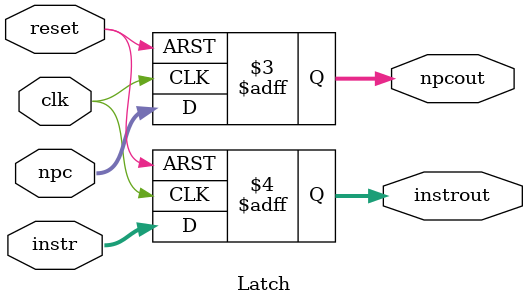
<source format=v>
`timescale 1ns / 1ps


module Latch(
    input clk,        
    input reset,      
    input [31:0] npc,        
    input [31:0] instr,     
    output reg [31:0] npcout,
    output reg [31:0] instrout   
    );
    
    initial begin
        instrout <= 0;
        npcout <= 0;
    end
    
    always @(posedge clk or posedge reset) begin
        if (reset) begin
            npcout  <= 32'b0;     // Reset npcout to zero
            instrout <= 32'b0;    // Reset instrout to zero
        end else begin
            npcout  <= npc;       // Latch the next program counter
            instrout <= instr;    // Latch the instruction
        end
    end

endmodule


</source>
